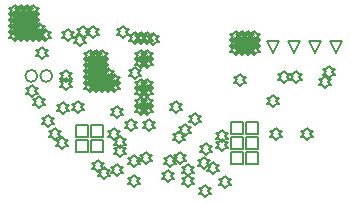
<source format=gbr>
G04 Layer_Color=2752767*
%FSLAX25Y25*%
%MOIN*%
%TF.FileFunction,Drawing*%
%TF.Part,Single*%
G01*
G75*
%ADD84C,0.00500*%
%ADD92C,0.00667*%
D84*
X341901Y263000D02*
Y267000D01*
X345901D01*
Y263000D01*
X341901D01*
Y258000D02*
Y262000D01*
X345901D01*
Y258000D01*
X341901D01*
X336901Y263000D02*
Y267000D01*
X340901D01*
Y263000D01*
X336901D01*
Y258000D02*
Y262000D01*
X340901D01*
Y258000D01*
X336901D01*
X393401Y254000D02*
Y258000D01*
X397401D01*
Y254000D01*
X393401D01*
X388401D02*
Y258000D01*
X392401D01*
Y254000D01*
X388401D01*
X393401Y259000D02*
Y263000D01*
X397401D01*
Y259000D01*
X393401D01*
X388401D02*
Y263000D01*
X392401D01*
Y259000D01*
X388401D01*
X393401Y264000D02*
Y268000D01*
X397401D01*
Y264000D01*
X393401D01*
X388401D02*
Y268000D01*
X392401D01*
Y264000D01*
X388401D01*
X423394Y291000D02*
X421394Y295000D01*
X425394D01*
X423394Y291000D01*
X416394D02*
X414394Y295000D01*
X418394D01*
X416394Y291000D01*
X409394D02*
X407394Y295000D01*
X411394D01*
X409394Y291000D01*
X402394D02*
X400394Y295000D01*
X404394D01*
X402394Y291000D01*
X349500Y262000D02*
X350500Y263000D01*
X351500D01*
X350500Y264000D01*
X351500Y265000D01*
X350500D01*
X349500Y266000D01*
X348500Y265000D01*
X347500D01*
X348500Y264000D01*
X347500Y263000D01*
X348500D01*
X349500Y262000D01*
X351500Y259500D02*
X352500Y260500D01*
X353500D01*
X352500Y261500D01*
X353500Y262500D01*
X352500D01*
X351500Y263500D01*
X350500Y262500D01*
X349500D01*
X350500Y261500D01*
X349500Y260500D01*
X350500D01*
X351500Y259500D01*
X332000Y259000D02*
X333000Y260000D01*
X334000D01*
X333000Y261000D01*
X334000Y262000D01*
X333000D01*
X332000Y263000D01*
X331000Y262000D01*
X330000D01*
X331000Y261000D01*
X330000Y260000D01*
X331000D01*
X332000Y259000D01*
X333299Y278701D02*
X334299Y279701D01*
X335299D01*
X334299Y280701D01*
X335299Y281701D01*
X334299D01*
X333299Y282701D01*
X332299Y281701D01*
X331299D01*
X332299Y280701D01*
X331299Y279701D01*
X332299D01*
X333299Y278701D01*
X333500Y281500D02*
X334500Y282500D01*
X335500D01*
X334500Y283500D01*
X335500Y284500D01*
X334500D01*
X333500Y285500D01*
X332500Y284500D01*
X331500D01*
X332500Y283500D01*
X331500Y282500D01*
X332500D01*
X333500Y281500D01*
X343500Y278000D02*
X344500Y279000D01*
X345500D01*
X344500Y280000D01*
X345500Y281000D01*
X344500D01*
X343500Y282000D01*
X342500Y281000D01*
X341500D01*
X342500Y280000D01*
X341500Y279000D01*
X342500D01*
X343500Y278000D01*
X345500D02*
X346500Y279000D01*
X347500D01*
X346500Y280000D01*
X347500Y281000D01*
X346500D01*
X345500Y282000D01*
X344500Y281000D01*
X343500D01*
X344500Y280000D01*
X343500Y279000D01*
X344500D01*
X345500Y278000D01*
Y280000D02*
X346500Y281000D01*
X347500D01*
X346500Y282000D01*
X347500Y283000D01*
X346500D01*
X345500Y284000D01*
X344500Y283000D01*
X343500D01*
X344500Y282000D01*
X343500Y281000D01*
X344500D01*
X345500Y280000D01*
X343500D02*
X344500Y281000D01*
X345500D01*
X344500Y282000D01*
X345500Y283000D01*
X344500D01*
X343500Y284000D01*
X342500Y283000D01*
X341500D01*
X342500Y282000D01*
X341500Y281000D01*
X342500D01*
X343500Y280000D01*
X329827Y262000D02*
X330827Y263000D01*
X331827D01*
X330827Y264000D01*
X331827Y265000D01*
X330827D01*
X329827Y266000D01*
X328827Y265000D01*
X327827D01*
X328827Y264000D01*
X327827Y263000D01*
X328827D01*
X329827Y262000D01*
X332500Y270827D02*
X333500Y271827D01*
X334500D01*
X333500Y272827D01*
X334500Y273827D01*
X333500D01*
X332500Y274827D01*
X331500Y273827D01*
X330500D01*
X331500Y272827D01*
X330500Y271827D01*
X331500D01*
X332500Y270827D01*
X339000Y296000D02*
X340000Y297000D01*
X341000D01*
X340000Y298000D01*
X341000Y299000D01*
X340000D01*
X339000Y300000D01*
X338000Y299000D01*
X337000D01*
X338000Y298000D01*
X337000Y297000D01*
X338000D01*
X339000Y296000D01*
X334000Y295000D02*
X335000Y296000D01*
X336000D01*
X335000Y297000D01*
X336000Y298000D01*
X335000D01*
X334000Y299000D01*
X333000Y298000D01*
X332000D01*
X333000Y297000D01*
X332000Y296000D01*
X333000D01*
X334000Y295000D01*
X370000Y271000D02*
X371000Y272000D01*
X372000D01*
X371000Y273000D01*
X372000Y274000D01*
X371000D01*
X370000Y275000D01*
X369000Y274000D01*
X368000D01*
X369000Y273000D01*
X368000Y272000D01*
X369000D01*
X370000Y271000D01*
X390000Y290500D02*
X391000Y291500D01*
X392000D01*
X391000Y292500D01*
X392000Y293500D01*
X391000D01*
X390000Y294500D01*
X389000Y293500D01*
X388000D01*
X389000Y292500D01*
X388000Y291500D01*
X389000D01*
X390000Y290500D01*
X392000D02*
X393000Y291500D01*
X394000D01*
X393000Y292500D01*
X394000Y293500D01*
X393000D01*
X392000Y294500D01*
X391000Y293500D01*
X390000D01*
X391000Y292500D01*
X390000Y291500D01*
X391000D01*
X392000Y290500D01*
X394000D02*
X395000Y291500D01*
X396000D01*
X395000Y292500D01*
X396000Y293500D01*
X395000D01*
X394000Y294500D01*
X393000Y293500D01*
X392000D01*
X393000Y292500D01*
X392000Y291500D01*
X393000D01*
X394000Y290500D01*
X396000D02*
X397000Y291500D01*
X398000D01*
X397000Y292500D01*
X398000Y293500D01*
X397000D01*
X396000Y294500D01*
X395000Y293500D01*
X394000D01*
X395000Y292500D01*
X394000Y291500D01*
X395000D01*
X396000Y290500D01*
X394000Y294500D02*
X395000Y295500D01*
X396000D01*
X395000Y296500D01*
X396000Y297500D01*
X395000D01*
X394000Y298500D01*
X393000Y297500D01*
X392000D01*
X393000Y296500D01*
X392000Y295500D01*
X393000D01*
X394000Y294500D01*
X392000D02*
X393000Y295500D01*
X394000D01*
X393000Y296500D01*
X394000Y297500D01*
X393000D01*
X392000Y298500D01*
X391000Y297500D01*
X390000D01*
X391000Y296500D01*
X390000Y295500D01*
X391000D01*
X392000Y294500D01*
X396000D02*
X397000Y295500D01*
X398000D01*
X397000Y296500D01*
X398000Y297500D01*
X397000D01*
X396000Y298500D01*
X395000Y297500D01*
X394000D01*
X395000Y296500D01*
X394000Y295500D01*
X395000D01*
X396000Y294500D01*
X337500Y271000D02*
X338500Y272000D01*
X339500D01*
X338500Y273000D01*
X339500Y274000D01*
X338500D01*
X337500Y275000D01*
X336500Y274000D01*
X335500D01*
X336500Y273000D01*
X335500Y272000D01*
X336500D01*
X337500Y271000D01*
X371500Y254000D02*
X372500Y255000D01*
X373500D01*
X372500Y256000D01*
X373500Y257000D01*
X372500D01*
X371500Y258000D01*
X370500Y257000D01*
X369500D01*
X370500Y256000D01*
X369500Y255000D01*
X370500D01*
X371500Y254000D01*
X379390Y252340D02*
X380390Y253340D01*
X381390D01*
X380390Y254340D01*
X381390Y255340D01*
X380390D01*
X379390Y256340D01*
X378390Y255340D01*
X377390D01*
X378390Y254340D01*
X377390Y253340D01*
X378390D01*
X379390Y252340D01*
X379673Y243000D02*
X380673Y244000D01*
X381673D01*
X380673Y245000D01*
X381673Y246000D01*
X380673D01*
X379673Y247000D01*
X378673Y246000D01*
X377673D01*
X378673Y245000D01*
X377673Y244000D01*
X378673D01*
X379673Y243000D01*
X346000Y249000D02*
X347000Y250000D01*
X348000D01*
X347000Y251000D01*
X348000Y252000D01*
X347000D01*
X346000Y253000D01*
X345000Y252000D01*
X344000D01*
X345000Y251000D01*
X344000Y250000D01*
X345000D01*
X346000Y249000D01*
X356000Y246500D02*
X357000Y247500D01*
X358000D01*
X357000Y248500D01*
X358000Y249500D01*
X357000D01*
X356000Y250500D01*
X355000Y249500D01*
X354000D01*
X355000Y248500D01*
X354000Y247500D01*
X355000D01*
X356000Y246500D01*
X403500Y262000D02*
X404500Y263000D01*
X405500D01*
X404500Y264000D01*
X405500Y265000D01*
X404500D01*
X403500Y266000D01*
X402500Y265000D01*
X401500D01*
X402500Y264000D01*
X401500Y263000D01*
X402500D01*
X403500Y262000D01*
X419673Y279327D02*
X420673Y280327D01*
X421673D01*
X420673Y281327D01*
X421673Y282327D01*
X420673D01*
X419673Y283327D01*
X418673Y282327D01*
X417673D01*
X418673Y281327D01*
X417673Y280327D01*
X418673D01*
X419673Y279327D01*
X402500Y273000D02*
X403500Y274000D01*
X404500D01*
X403500Y275000D01*
X404500Y276000D01*
X403500D01*
X402500Y277000D01*
X401500Y276000D01*
X400500D01*
X401500Y275000D01*
X400500Y274000D01*
X401500D01*
X402500Y273000D01*
X421000Y282673D02*
X422000Y283673D01*
X423000D01*
X422000Y284673D01*
X423000Y285673D01*
X422000D01*
X421000Y286673D01*
X420000Y285673D01*
X419000D01*
X420000Y284673D01*
X419000Y283673D01*
X420000D01*
X421000Y282673D01*
X373280Y263534D02*
X374279Y264534D01*
X375279D01*
X374279Y265534D01*
X375279Y266534D01*
X374279D01*
X373280Y267534D01*
X372280Y266534D01*
X371280D01*
X372280Y265534D01*
X371280Y264534D01*
X372280D01*
X373280Y263534D01*
X385404Y261596D02*
X386404Y262596D01*
X387404D01*
X386404Y263596D01*
X387404Y264596D01*
X386404D01*
X385404Y265596D01*
X384404Y264596D01*
X383404D01*
X384404Y263596D01*
X383404Y262596D01*
X384404D01*
X385404Y261596D01*
X361000Y265000D02*
X362000Y266000D01*
X363000D01*
X362000Y267000D01*
X363000Y268000D01*
X362000D01*
X361000Y269000D01*
X360000Y268000D01*
X359000D01*
X360000Y267000D01*
X359000Y266000D01*
X360000D01*
X361000Y265000D01*
X344000Y251500D02*
X345000Y252500D01*
X346000D01*
X345000Y253500D01*
X346000Y254500D01*
X345000D01*
X344000Y255500D01*
X343000Y254500D01*
X342000D01*
X343000Y253500D01*
X342000Y252500D01*
X343000D01*
X344000Y251500D01*
X380000Y257000D02*
X381000Y258000D01*
X382000D01*
X381000Y259000D01*
X382000Y260000D01*
X381000D01*
X380000Y261000D01*
X379000Y260000D01*
X378000D01*
X379000Y259000D01*
X378000Y258000D01*
X379000D01*
X380000Y257000D01*
X350500Y250173D02*
X351500Y251173D01*
X352500D01*
X351500Y252173D01*
X352500Y253173D01*
X351500D01*
X350500Y254173D01*
X349500Y253173D01*
X348500D01*
X349500Y252173D01*
X348500Y251173D01*
X349500D01*
X350500Y250173D01*
X368000Y253000D02*
X369000Y254000D01*
X370000D01*
X369000Y255000D01*
X370000Y256000D01*
X369000D01*
X368000Y257000D01*
X367000Y256000D01*
X366000D01*
X367000Y255000D01*
X366000Y254000D01*
X367000D01*
X368000Y253000D01*
X360000Y254000D02*
X361000Y255000D01*
X362000D01*
X361000Y256000D01*
X362000Y257000D01*
X361000D01*
X360000Y258000D01*
X359000Y257000D01*
X358000D01*
X359000Y256000D01*
X358000Y255000D01*
X359000D01*
X360000Y254000D01*
X356102Y253102D02*
X357102Y254102D01*
X358102D01*
X357102Y255102D01*
X358102Y256102D01*
X357102D01*
X356102Y257102D01*
X355102Y256102D01*
X354102D01*
X355102Y255102D01*
X354102Y254102D01*
X355102D01*
X356102Y253102D01*
X351500Y256500D02*
X352500Y257500D01*
X353500D01*
X352500Y258500D01*
X353500Y259500D01*
X352500D01*
X351500Y260500D01*
X350500Y259500D01*
X349500D01*
X350500Y258500D01*
X349500Y257500D01*
X350500D01*
X351500Y256500D01*
X355173Y265000D02*
X356173Y266000D01*
X357173D01*
X356173Y267000D01*
X357173Y268000D01*
X356173D01*
X355173Y269000D01*
X354173Y268000D01*
X353173D01*
X354173Y267000D01*
X353173Y266000D01*
X354173D01*
X355173Y265000D01*
X350421Y269421D02*
X351421Y270421D01*
X352421D01*
X351421Y271421D01*
X352421Y272421D01*
X351421D01*
X350421Y273421D01*
X349421Y272421D01*
X348421D01*
X349421Y271421D01*
X348421Y270421D01*
X349421D01*
X350421Y269421D01*
X358500Y270500D02*
X359500Y271500D01*
X360500D01*
X359500Y272500D01*
X360500Y273500D01*
X359500D01*
X358500Y274500D01*
X357500Y273500D01*
X356500D01*
X357500Y272500D01*
X356500Y271500D01*
X357500D01*
X358500Y270500D01*
X367500Y248000D02*
X368500Y249000D01*
X369500D01*
X368500Y250000D01*
X369500Y251000D01*
X368500D01*
X367500Y252000D01*
X366500Y251000D01*
X365500D01*
X366500Y250000D01*
X365500Y249000D01*
X366500D01*
X367500Y248000D01*
X374000Y246500D02*
X375000Y247500D01*
X376000D01*
X375000Y248500D01*
X376000Y249500D01*
X375000D01*
X374000Y250500D01*
X373000Y249500D01*
X372000D01*
X373000Y248500D01*
X372000Y247500D01*
X373000D01*
X374000Y246500D01*
X385500Y258500D02*
X386500Y259500D01*
X387500D01*
X386500Y260500D01*
X387500Y261500D01*
X386500D01*
X385500Y262500D01*
X384500Y261500D01*
X383500D01*
X384500Y260500D01*
X383500Y259500D01*
X384500D01*
X385500Y258500D01*
X374240Y250240D02*
X375240Y251240D01*
X376240D01*
X375240Y252240D01*
X376240Y253240D01*
X375240D01*
X374240Y254240D01*
X373240Y253240D01*
X372240D01*
X373240Y252240D01*
X372240Y251240D01*
X373240D01*
X374240Y250240D01*
X386500Y246000D02*
X387500Y247000D01*
X388500D01*
X387500Y248000D01*
X388500Y249000D01*
X387500D01*
X386500Y250000D01*
X385500Y249000D01*
X384500D01*
X385500Y248000D01*
X384500Y247000D01*
X385500D01*
X386500Y246000D01*
X371000Y261000D02*
X372000Y262000D01*
X373000D01*
X372000Y263000D01*
X373000Y264000D01*
X372000D01*
X371000Y265000D01*
X370000Y264000D01*
X369000D01*
X370000Y263000D01*
X369000Y262000D01*
X370000D01*
X371000Y261000D01*
X382559Y250941D02*
X383559Y251941D01*
X384559D01*
X383559Y252941D01*
X384559Y253941D01*
X383559D01*
X382559Y254941D01*
X381559Y253941D01*
X380559D01*
X381559Y252941D01*
X380559Y251941D01*
X381559D01*
X382559Y250941D01*
X376441Y267059D02*
X377441Y268059D01*
X378441D01*
X377441Y269059D01*
X378441Y270059D01*
X377441D01*
X376441Y271059D01*
X375441Y270059D01*
X374441D01*
X375441Y269059D01*
X374441Y268059D01*
X375441D01*
X376441Y267059D01*
X327500Y266500D02*
X328500Y267500D01*
X329500D01*
X328500Y268500D01*
X329500Y269500D01*
X328500D01*
X327500Y270500D01*
X326500Y269500D01*
X325500D01*
X326500Y268500D01*
X325500Y267500D01*
X326500D01*
X327500Y266500D01*
X406000Y281000D02*
X407000Y282000D01*
X408000D01*
X407000Y283000D01*
X408000Y284000D01*
X407000D01*
X406000Y285000D01*
X405000Y284000D01*
X404000D01*
X405000Y283000D01*
X404000Y282000D01*
X405000D01*
X406000Y281000D01*
X410000D02*
X411000Y282000D01*
X412000D01*
X411000Y283000D01*
X412000Y284000D01*
X411000D01*
X410000Y285000D01*
X409000Y284000D01*
X408000D01*
X409000Y283000D01*
X408000Y282000D01*
X409000D01*
X410000Y281000D01*
X390000Y294500D02*
X391000Y295500D01*
X392000D01*
X391000Y296500D01*
X392000Y297500D01*
X391000D01*
X390000Y298500D01*
X389000Y297500D01*
X388000D01*
X389000Y296500D01*
X388000Y295500D01*
X389000D01*
X390000Y294500D01*
X396000Y292500D02*
X397000Y293500D01*
X398000D01*
X397000Y294500D01*
X398000Y295500D01*
X397000D01*
X396000Y296500D01*
X395000Y295500D01*
X394000D01*
X395000Y294500D01*
X394000Y293500D01*
X395000D01*
X396000Y292500D01*
X394000D02*
X395000Y293500D01*
X396000D01*
X395000Y294500D01*
X396000Y295500D01*
X395000D01*
X394000Y296500D01*
X393000Y295500D01*
X392000D01*
X393000Y294500D01*
X392000Y293500D01*
X393000D01*
X394000Y292500D01*
X392000D02*
X393000Y293500D01*
X394000D01*
X393000Y294500D01*
X394000Y295500D01*
X393000D01*
X392000Y296500D01*
X391000Y295500D01*
X390000D01*
X391000Y294500D01*
X390000Y293500D01*
X391000D01*
X392000Y292500D01*
X390000D02*
X391000Y293500D01*
X392000D01*
X391000Y294500D01*
X392000Y295500D01*
X391000D01*
X390000Y296500D01*
X389000Y295500D01*
X388000D01*
X389000Y294500D01*
X388000Y293500D01*
X389000D01*
X390000Y292500D01*
X358500Y294000D02*
X359500Y295000D01*
X360500D01*
X359500Y296000D01*
X360500Y297000D01*
X359500D01*
X358500Y298000D01*
X357500Y297000D01*
X356500D01*
X357500Y296000D01*
X356500Y295000D01*
X357500D01*
X358500Y294000D01*
X356500D02*
X357500Y295000D01*
X358500D01*
X357500Y296000D01*
X358500Y297000D01*
X357500D01*
X356500Y298000D01*
X355500Y297000D01*
X354500D01*
X355500Y296000D01*
X354500Y295000D01*
X355500D01*
X356500Y294000D01*
X360500D02*
X361500Y295000D01*
X362500D01*
X361500Y296000D01*
X362500Y297000D01*
X361500D01*
X360500Y298000D01*
X359500Y297000D01*
X358500D01*
X359500Y296000D01*
X358500Y295000D01*
X359500D01*
X360500Y294000D01*
X362500Y293909D02*
X363500Y294909D01*
X364500D01*
X363500Y295909D01*
X364500Y296909D01*
X363500D01*
X362500Y297909D01*
X361500Y296909D01*
X360500D01*
X361500Y295909D01*
X360500Y294909D01*
X361500D01*
X362500Y293909D01*
X322000Y276500D02*
X323000Y277500D01*
X324000D01*
X323000Y278500D01*
X324000Y279500D01*
X323000D01*
X322000Y280500D01*
X321000Y279500D01*
X320000D01*
X321000Y278500D01*
X320000Y277500D01*
X321000D01*
X322000Y276500D01*
X324327Y272827D02*
X325327Y273827D01*
X326327D01*
X325327Y274827D01*
X326327Y275827D01*
X325327D01*
X324327Y276827D01*
X323327Y275827D01*
X322327D01*
X323327Y274827D01*
X322327Y273827D01*
X323327D01*
X324327Y272827D01*
X391500Y280000D02*
X392500Y281000D01*
X393500D01*
X392500Y282000D01*
X393500Y283000D01*
X392500D01*
X391500Y284000D01*
X390500Y283000D01*
X389500D01*
X390500Y282000D01*
X389500Y281000D01*
X390500D01*
X391500Y280000D01*
X341500Y278000D02*
X342500Y279000D01*
X343500D01*
X342500Y280000D01*
X343500Y281000D01*
X342500D01*
X341500Y282000D01*
X340500Y281000D01*
X339500D01*
X340500Y280000D01*
X339500Y279000D01*
X340500D01*
X341500Y278000D01*
X347500D02*
X348500Y279000D01*
X349500D01*
X348500Y280000D01*
X349500Y281000D01*
X348500D01*
X347500Y282000D01*
X346500Y281000D01*
X345500D01*
X346500Y280000D01*
X345500Y279000D01*
X346500D01*
X347500Y278000D01*
X349500D02*
X350500Y279000D01*
X351500D01*
X350500Y280000D01*
X351500Y281000D01*
X350500D01*
X349500Y282000D01*
X348500Y281000D01*
X347500D01*
X348500Y280000D01*
X347500Y279000D01*
X348500D01*
X349500Y278000D01*
Y280000D02*
X350500Y281000D01*
X351500D01*
X350500Y282000D01*
X351500Y283000D01*
X350500D01*
X349500Y284000D01*
X348500Y283000D01*
X347500D01*
X348500Y282000D01*
X347500Y281000D01*
X348500D01*
X349500Y280000D01*
X347500D02*
X348500Y281000D01*
X349500D01*
X348500Y282000D01*
X349500Y283000D01*
X348500D01*
X347500Y284000D01*
X346500Y283000D01*
X345500D01*
X346500Y282000D01*
X345500Y281000D01*
X346500D01*
X347500Y280000D01*
X341500D02*
X342500Y281000D01*
X343500D01*
X342500Y282000D01*
X343500Y283000D01*
X342500D01*
X341500Y284000D01*
X340500Y283000D01*
X339500D01*
X340500Y282000D01*
X339500Y281000D01*
X340500D01*
X341500Y280000D01*
Y282000D02*
X342500Y283000D01*
X343500D01*
X342500Y284000D01*
X343500Y285000D01*
X342500D01*
X341500Y286000D01*
X340500Y285000D01*
X339500D01*
X340500Y284000D01*
X339500Y283000D01*
X340500D01*
X341500Y282000D01*
X343500D02*
X344500Y283000D01*
X345500D01*
X344500Y284000D01*
X345500Y285000D01*
X344500D01*
X343500Y286000D01*
X342500Y285000D01*
X341500D01*
X342500Y284000D01*
X341500Y283000D01*
X342500D01*
X343500Y282000D01*
X347500D02*
X348500Y283000D01*
X349500D01*
X348500Y284000D01*
X349500Y285000D01*
X348500D01*
X347500Y286000D01*
X346500Y285000D01*
X345500D01*
X346500Y284000D01*
X345500Y283000D01*
X346500D01*
X347500Y282000D01*
X345500D02*
X346500Y283000D01*
X347500D01*
X346500Y284000D01*
X347500Y285000D01*
X346500D01*
X345500Y286000D01*
X344500Y285000D01*
X343500D01*
X344500Y284000D01*
X343500Y283000D01*
X344500D01*
X345500Y282000D01*
Y284000D02*
X346500Y285000D01*
X347500D01*
X346500Y286000D01*
X347500Y287000D01*
X346500D01*
X345500Y288000D01*
X344500Y287000D01*
X343500D01*
X344500Y286000D01*
X343500Y285000D01*
X344500D01*
X345500Y284000D01*
X343500D02*
X344500Y285000D01*
X345500D01*
X344500Y286000D01*
X345500Y287000D01*
X344500D01*
X343500Y288000D01*
X342500Y287000D01*
X341500D01*
X342500Y286000D01*
X341500Y285000D01*
X342500D01*
X343500Y284000D01*
X341500D02*
X342500Y285000D01*
X343500D01*
X342500Y286000D01*
X343500Y287000D01*
X342500D01*
X341500Y288000D01*
X340500Y287000D01*
X339500D01*
X340500Y286000D01*
X339500Y285000D01*
X340500D01*
X341500Y284000D01*
Y286000D02*
X342500Y287000D01*
X343500D01*
X342500Y288000D01*
X343500Y289000D01*
X342500D01*
X341500Y290000D01*
X340500Y289000D01*
X339500D01*
X340500Y288000D01*
X339500Y287000D01*
X340500D01*
X341500Y286000D01*
X343500D02*
X344500Y287000D01*
X345500D01*
X344500Y288000D01*
X345500Y289000D01*
X344500D01*
X343500Y290000D01*
X342500Y289000D01*
X341500D01*
X342500Y288000D01*
X341500Y287000D01*
X342500D01*
X343500Y286000D01*
X345500D02*
X346500Y287000D01*
X347500D01*
X346500Y288000D01*
X347500Y289000D01*
X346500D01*
X345500Y290000D01*
X344500Y289000D01*
X343500D01*
X344500Y288000D01*
X343500Y287000D01*
X344500D01*
X345500Y286000D01*
Y288000D02*
X346500Y289000D01*
X347500D01*
X346500Y290000D01*
X347500Y291000D01*
X346500D01*
X345500Y292000D01*
X344500Y291000D01*
X343500D01*
X344500Y290000D01*
X343500Y289000D01*
X344500D01*
X345500Y288000D01*
X343500D02*
X344500Y289000D01*
X345500D01*
X344500Y290000D01*
X345500Y291000D01*
X344500D01*
X343500Y292000D01*
X342500Y291000D01*
X341500D01*
X342500Y290000D01*
X341500Y289000D01*
X342500D01*
X343500Y288000D01*
X341500D02*
X342500Y289000D01*
X343500D01*
X342500Y290000D01*
X343500Y291000D01*
X342500D01*
X341500Y292000D01*
X340500Y291000D01*
X339500D01*
X340500Y290000D01*
X339500Y289000D01*
X340500D01*
X341500Y288000D01*
X316500Y299000D02*
X317500Y300000D01*
X318500D01*
X317500Y301000D01*
X318500Y302000D01*
X317500D01*
X316500Y303000D01*
X315500Y302000D01*
X314500D01*
X315500Y301000D01*
X314500Y300000D01*
X315500D01*
X316500Y299000D01*
Y301000D02*
X317500Y302000D01*
X318500D01*
X317500Y303000D01*
X318500Y304000D01*
X317500D01*
X316500Y305000D01*
X315500Y304000D01*
X314500D01*
X315500Y303000D01*
X314500Y302000D01*
X315500D01*
X316500Y301000D01*
X320500D02*
X321500Y302000D01*
X322500D01*
X321500Y303000D01*
X322500Y304000D01*
X321500D01*
X320500Y305000D01*
X319500Y304000D01*
X318500D01*
X319500Y303000D01*
X318500Y302000D01*
X319500D01*
X320500Y301000D01*
Y303000D02*
X321500Y304000D01*
X322500D01*
X321500Y305000D01*
X322500Y306000D01*
X321500D01*
X320500Y307000D01*
X319500Y306000D01*
X318500D01*
X319500Y305000D01*
X318500Y304000D01*
X319500D01*
X320500Y303000D01*
X316500D02*
X317500Y304000D01*
X318500D01*
X317500Y305000D01*
X318500Y306000D01*
X317500D01*
X316500Y307000D01*
X315500Y306000D01*
X314500D01*
X315500Y305000D01*
X314500Y304000D01*
X315500D01*
X316500Y303000D01*
X338000Y293500D02*
X339000Y294500D01*
X340000D01*
X339000Y295500D01*
X340000Y296500D01*
X339000D01*
X338000Y297500D01*
X337000Y296500D01*
X336000D01*
X337000Y295500D01*
X336000Y294500D01*
X337000D01*
X338000Y293500D01*
X342500Y296000D02*
X343500Y297000D01*
X344500D01*
X343500Y298000D01*
X344500Y299000D01*
X343500D01*
X342500Y300000D01*
X341500Y299000D01*
X340500D01*
X341500Y298000D01*
X340500Y297000D01*
X341500D01*
X342500Y296000D01*
X356500Y282500D02*
X357500Y283500D01*
X358500D01*
X357500Y284500D01*
X358500Y285500D01*
X357500D01*
X356500Y286500D01*
X355500Y285500D01*
X354500D01*
X355500Y284500D01*
X354500Y283500D01*
X355500D01*
X356500Y282500D01*
X352500Y296000D02*
X353500Y297000D01*
X354500D01*
X353500Y298000D01*
X354500Y299000D01*
X353500D01*
X352500Y300000D01*
X351500Y299000D01*
X350500D01*
X351500Y298000D01*
X350500Y297000D01*
X351500D01*
X352500Y296000D01*
X358500Y272500D02*
X359500Y273500D01*
X360500D01*
X359500Y274500D01*
X360500Y275500D01*
X359500D01*
X358500Y276500D01*
X357500Y275500D01*
X356500D01*
X357500Y274500D01*
X356500Y273500D01*
X357500D01*
X358500Y272500D01*
X360500D02*
X361500Y273500D01*
X362500D01*
X361500Y274500D01*
X362500Y275500D01*
X361500D01*
X360500Y276500D01*
X359500Y275500D01*
X358500D01*
X359500Y274500D01*
X358500Y273500D01*
X359500D01*
X360500Y272500D01*
Y270500D02*
X361500Y271500D01*
X362500D01*
X361500Y272500D01*
X362500Y273500D01*
X361500D01*
X360500Y274500D01*
X359500Y273500D01*
X358500D01*
X359500Y272500D01*
X358500Y271500D01*
X359500D01*
X360500Y270500D01*
Y276500D02*
X361500Y277500D01*
X362500D01*
X361500Y278500D01*
X362500Y279500D01*
X361500D01*
X360500Y280500D01*
X359500Y279500D01*
X358500D01*
X359500Y278500D01*
X358500Y277500D01*
X359500D01*
X360500Y276500D01*
X358500D02*
X359500Y277500D01*
X360500D01*
X359500Y278500D01*
X360500Y279500D01*
X359500D01*
X358500Y280500D01*
X357500Y279500D01*
X356500D01*
X357500Y278500D01*
X356500Y277500D01*
X357500D01*
X358500Y276500D01*
Y278500D02*
X359500Y279500D01*
X360500D01*
X359500Y280500D01*
X360500Y281500D01*
X359500D01*
X358500Y282500D01*
X357500Y281500D01*
X356500D01*
X357500Y280500D01*
X356500Y279500D01*
X357500D01*
X358500Y278500D01*
X360500D02*
X361500Y279500D01*
X362500D01*
X361500Y280500D01*
X362500Y281500D01*
X361500D01*
X360500Y282500D01*
X359500Y281500D01*
X358500D01*
X359500Y280500D01*
X358500Y279500D01*
X359500D01*
X360500Y278500D01*
Y286000D02*
X361500Y287000D01*
X362500D01*
X361500Y288000D01*
X362500Y289000D01*
X361500D01*
X360500Y290000D01*
X359500Y289000D01*
X358500D01*
X359500Y288000D01*
X358500Y287000D01*
X359500D01*
X360500Y286000D01*
X358500D02*
X359500Y287000D01*
X360500D01*
X359500Y288000D01*
X360500Y289000D01*
X359500D01*
X358500Y290000D01*
X357500Y289000D01*
X356500D01*
X357500Y288000D01*
X356500Y287000D01*
X357500D01*
X358500Y286000D01*
Y288000D02*
X359500Y289000D01*
X360500D01*
X359500Y290000D01*
X360500Y291000D01*
X359500D01*
X358500Y292000D01*
X357500Y291000D01*
X356500D01*
X357500Y290000D01*
X356500Y289000D01*
X357500D01*
X358500Y288000D01*
X360500D02*
X361500Y289000D01*
X362500D01*
X361500Y290000D01*
X362500Y291000D01*
X361500D01*
X360500Y292000D01*
X359500Y291000D01*
X358500D01*
X359500Y290000D01*
X358500Y289000D01*
X359500D01*
X360500Y288000D01*
X318500Y295000D02*
X319500Y296000D01*
X320500D01*
X319500Y297000D01*
X320500Y298000D01*
X319500D01*
X318500Y299000D01*
X317500Y298000D01*
X316500D01*
X317500Y297000D01*
X316500Y296000D01*
X317500D01*
X318500Y295000D01*
X320500D02*
X321500Y296000D01*
X322500D01*
X321500Y297000D01*
X322500Y298000D01*
X321500D01*
X320500Y299000D01*
X319500Y298000D01*
X318500D01*
X319500Y297000D01*
X318500Y296000D01*
X319500D01*
X320500Y295000D01*
X322500D02*
X323500Y296000D01*
X324500D01*
X323500Y297000D01*
X324500Y298000D01*
X323500D01*
X322500Y299000D01*
X321500Y298000D01*
X320500D01*
X321500Y297000D01*
X320500Y296000D01*
X321500D01*
X322500Y295000D01*
X326500D02*
X327500Y296000D01*
X328500D01*
X327500Y297000D01*
X328500Y298000D01*
X327500D01*
X326500Y299000D01*
X325500Y298000D01*
X324500D01*
X325500Y297000D01*
X324500Y296000D01*
X325500D01*
X326500Y295000D01*
X324500D02*
X325500Y296000D01*
X326500D01*
X325500Y297000D01*
X326500Y298000D01*
X325500D01*
X324500Y299000D01*
X323500Y298000D01*
X322500D01*
X323500Y297000D01*
X322500Y296000D01*
X323500D01*
X324500Y295000D01*
Y297000D02*
X325500Y298000D01*
X326500D01*
X325500Y299000D01*
X326500Y300000D01*
X325500D01*
X324500Y301000D01*
X323500Y300000D01*
X322500D01*
X323500Y299000D01*
X322500Y298000D01*
X323500D01*
X324500Y297000D01*
X322500D02*
X323500Y298000D01*
X324500D01*
X323500Y299000D01*
X324500Y300000D01*
X323500D01*
X322500Y301000D01*
X321500Y300000D01*
X320500D01*
X321500Y299000D01*
X320500Y298000D01*
X321500D01*
X322500Y297000D01*
X320500D02*
X321500Y298000D01*
X322500D01*
X321500Y299000D01*
X322500Y300000D01*
X321500D01*
X320500Y301000D01*
X319500Y300000D01*
X318500D01*
X319500Y299000D01*
X318500Y298000D01*
X319500D01*
X320500Y297000D01*
X318500D02*
X319500Y298000D01*
X320500D01*
X319500Y299000D01*
X320500Y300000D01*
X319500D01*
X318500Y301000D01*
X317500Y300000D01*
X316500D01*
X317500Y299000D01*
X316500Y298000D01*
X317500D01*
X318500Y297000D01*
X322500Y299000D02*
X323500Y300000D01*
X324500D01*
X323500Y301000D01*
X324500Y302000D01*
X323500D01*
X322500Y303000D01*
X321500Y302000D01*
X320500D01*
X321500Y301000D01*
X320500Y300000D01*
X321500D01*
X322500Y299000D01*
Y301000D02*
X323500Y302000D01*
X324500D01*
X323500Y303000D01*
X324500Y304000D01*
X323500D01*
X322500Y305000D01*
X321500Y304000D01*
X320500D01*
X321500Y303000D01*
X320500Y302000D01*
X321500D01*
X322500Y301000D01*
Y303000D02*
X323500Y304000D01*
X324500D01*
X323500Y305000D01*
X324500Y306000D01*
X323500D01*
X322500Y307000D01*
X321500Y306000D01*
X320500D01*
X321500Y305000D01*
X320500Y304000D01*
X321500D01*
X322500Y303000D01*
X320500Y299000D02*
X321500Y300000D01*
X322500D01*
X321500Y301000D01*
X322500Y302000D01*
X321500D01*
X320500Y303000D01*
X319500Y302000D01*
X318500D01*
X319500Y301000D01*
X318500Y300000D01*
X319500D01*
X320500Y299000D01*
X318500D02*
X319500Y300000D01*
X320500D01*
X319500Y301000D01*
X320500Y302000D01*
X319500D01*
X318500Y303000D01*
X317500Y302000D01*
X316500D01*
X317500Y301000D01*
X316500Y300000D01*
X317500D01*
X318500Y299000D01*
Y301000D02*
X319500Y302000D01*
X320500D01*
X319500Y303000D01*
X320500Y304000D01*
X319500D01*
X318500Y305000D01*
X317500Y304000D01*
X316500D01*
X317500Y303000D01*
X316500Y302000D01*
X317500D01*
X318500Y301000D01*
Y303000D02*
X319500Y304000D01*
X320500D01*
X319500Y305000D01*
X320500Y306000D01*
X319500D01*
X318500Y307000D01*
X317500Y306000D01*
X316500D01*
X317500Y305000D01*
X316500Y304000D01*
X317500D01*
X318500Y303000D01*
X316500Y297000D02*
X317500Y298000D01*
X318500D01*
X317500Y299000D01*
X318500Y300000D01*
X317500D01*
X316500Y301000D01*
X315500Y300000D01*
X314500D01*
X315500Y299000D01*
X314500Y298000D01*
X315500D01*
X316500Y297000D01*
X325500Y289000D02*
X326500Y290000D01*
X327500D01*
X326500Y291000D01*
X327500Y292000D01*
X326500D01*
X325500Y293000D01*
X324500Y292000D01*
X323500D01*
X324500Y291000D01*
X323500Y290000D01*
X324500D01*
X325500Y289000D01*
X316500Y295000D02*
X317500Y296000D01*
X318500D01*
X317500Y297000D01*
X318500Y298000D01*
X317500D01*
X316500Y299000D01*
X315500Y298000D01*
X314500D01*
X315500Y297000D01*
X314500Y296000D01*
X315500D01*
X316500Y295000D01*
X413839Y262094D02*
X414839Y263094D01*
X415839D01*
X414839Y264094D01*
X415839Y265094D01*
X414839D01*
X413839Y266094D01*
X412839Y265094D01*
X411839D01*
X412839Y264094D01*
X411839Y263094D01*
X412839D01*
X413839Y262094D01*
D92*
X328894Y283500D02*
G03*
X328894Y283500I-2000J0D01*
G01*
X323894D02*
G03*
X323894Y283500I-2000J0D01*
G01*
%TF.MD5,FC700704B3E1A6E778643CA85DE43E5F*%
M02*

</source>
